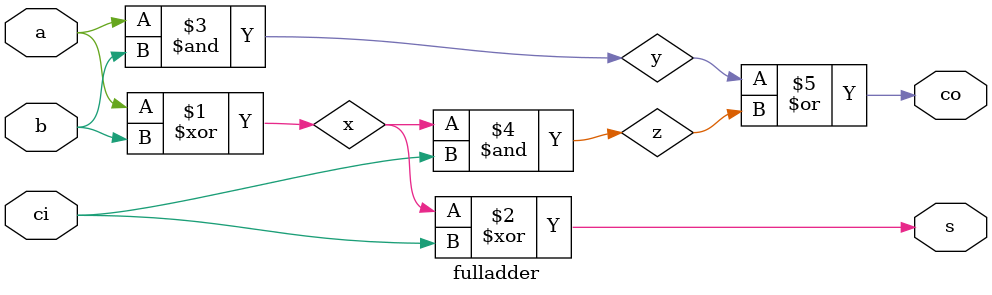
<source format=v>
`timescale 1ns / 1ps
module fulladder(
 	input a ,
	input b ,
	input ci ,
	output s ,
	output co
); 

	/* write your code here */
	
	/* write your code here */
	
	wire x,y,z;
	xor g1(x,a,b);
	xor g2(s,x,ci);
	and g3(y,a,b);
	and g4(z,x,ci);
	or  g5(co,y,z);

endmodule

</source>
